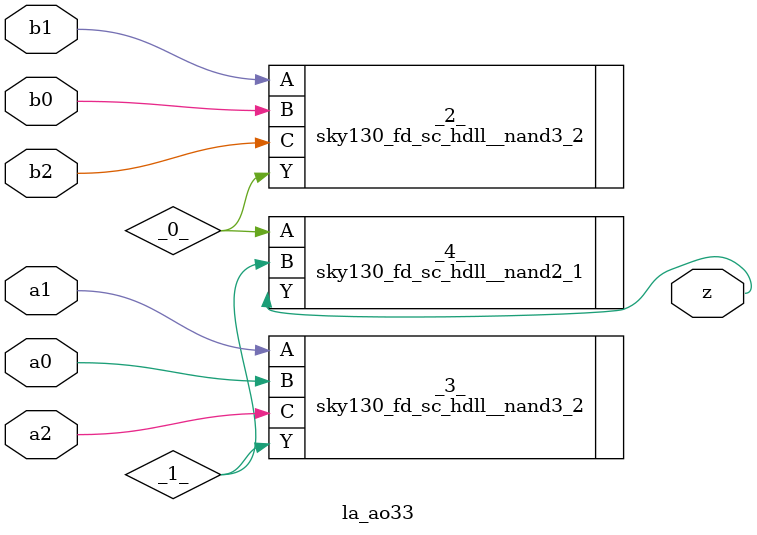
<source format=v>

/* Generated by Yosys 0.38+92 (git sha1 84116c9a3, x86_64-conda-linux-gnu-cc 11.2.0 -fvisibility-inlines-hidden -fmessage-length=0 -march=nocona -mtune=haswell -ftree-vectorize -fPIC -fstack-protector-strong -fno-plt -O2 -ffunction-sections -fdebug-prefix-map=/root/conda-eda/conda-eda/workdir/conda-env/conda-bld/yosys_1708682838165/work=/usr/local/src/conda/yosys-0.38_93_g84116c9a3 -fdebug-prefix-map=/user/projekt_pia/miniconda3/envs/sc=/usr/local/src/conda-prefix -fPIC -Os -fno-merge-constants) */

module la_ao33(a0, a1, a2, b0, b1, b2, z);
  wire _0_;
  wire _1_;
  input a0;
  wire a0;
  input a1;
  wire a1;
  input a2;
  wire a2;
  input b0;
  wire b0;
  input b1;
  wire b1;
  input b2;
  wire b2;
  output z;
  wire z;
  sky130_fd_sc_hdll__nand3_2 _2_ (
    .A(b1),
    .B(b0),
    .C(b2),
    .Y(_0_)
  );
  sky130_fd_sc_hdll__nand3_2 _3_ (
    .A(a1),
    .B(a0),
    .C(a2),
    .Y(_1_)
  );
  sky130_fd_sc_hdll__nand2_1 _4_ (
    .A(_0_),
    .B(_1_),
    .Y(z)
  );
endmodule

</source>
